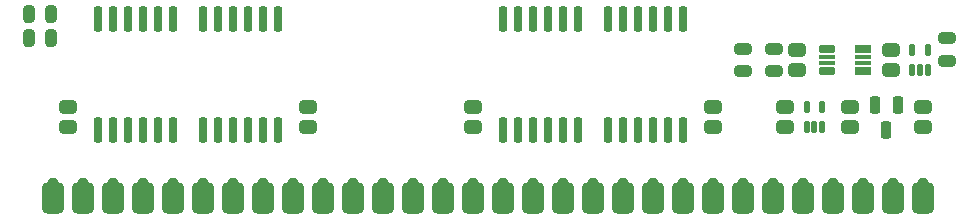
<source format=gts>
G04 #@! TF.GenerationSoftware,KiCad,Pcbnew,7.0.1-0*
G04 #@! TF.CreationDate,2023-11-01T19:37:56-04:00*
G04 #@! TF.ProjectId,GW4194,47573431-3934-42e6-9b69-6361645f7063,1.1-SOJ-DC*
G04 #@! TF.SameCoordinates,Original*
G04 #@! TF.FileFunction,Soldermask,Top*
G04 #@! TF.FilePolarity,Negative*
%FSLAX46Y46*%
G04 Gerber Fmt 4.6, Leading zero omitted, Abs format (unit mm)*
G04 Created by KiCad (PCBNEW 7.0.1-0) date 2023-11-01 19:37:56*
%MOMM*%
%LPD*%
G01*
G04 APERTURE LIST*
G04 Aperture macros list*
%AMRoundRect*
0 Rectangle with rounded corners*
0 $1 Rounding radius*
0 $2 $3 $4 $5 $6 $7 $8 $9 X,Y pos of 4 corners*
0 Add a 4 corners polygon primitive as box body*
4,1,4,$2,$3,$4,$5,$6,$7,$8,$9,$2,$3,0*
0 Add four circle primitives for the rounded corners*
1,1,$1+$1,$2,$3*
1,1,$1+$1,$4,$5*
1,1,$1+$1,$6,$7*
1,1,$1+$1,$8,$9*
0 Add four rect primitives between the rounded corners*
20,1,$1+$1,$2,$3,$4,$5,0*
20,1,$1+$1,$4,$5,$6,$7,0*
20,1,$1+$1,$6,$7,$8,$9,0*
20,1,$1+$1,$8,$9,$2,$3,0*%
G04 Aperture macros list end*
%ADD10RoundRect,0.312500X0.437500X-0.262500X0.437500X0.262500X-0.437500X0.262500X-0.437500X-0.262500X0*%
%ADD11C,0.952400*%
%ADD12RoundRect,0.520700X-0.444500X-0.825500X0.444500X-0.825500X0.444500X0.825500X-0.444500X0.825500X0*%
%ADD13RoundRect,0.262500X0.212500X0.487500X-0.212500X0.487500X-0.212500X-0.487500X0.212500X-0.487500X0*%
%ADD14RoundRect,0.262500X-0.212500X-0.487500X0.212500X-0.487500X0.212500X0.487500X-0.212500X0.487500X0*%
%ADD15RoundRect,0.312500X-0.437500X0.262500X-0.437500X-0.262500X0.437500X-0.262500X0.437500X0.262500X0*%
%ADD16RoundRect,0.262500X-0.487500X0.212500X-0.487500X-0.212500X0.487500X-0.212500X0.487500X0.212500X0*%
%ADD17RoundRect,0.140000X0.100000X-0.400000X0.100000X0.400000X-0.100000X0.400000X-0.100000X-0.400000X0*%
%ADD18RoundRect,0.250000X-0.200000X0.475000X-0.200000X-0.475000X0.200000X-0.475000X0.200000X0.475000X0*%
%ADD19RoundRect,0.262500X0.487500X-0.212500X0.487500X0.212500X-0.487500X0.212500X-0.487500X-0.212500X0*%
%ADD20RoundRect,0.200000X0.150000X-0.866000X0.150000X0.866000X-0.150000X0.866000X-0.150000X-0.866000X0*%
%ADD21RoundRect,0.200000X-0.475000X-0.175000X0.475000X-0.175000X0.475000X0.175000X-0.475000X0.175000X0*%
%ADD22RoundRect,0.100000X-0.600000X-0.075000X0.600000X-0.075000X0.600000X0.075000X-0.600000X0.075000X0*%
%ADD23RoundRect,0.200000X-0.500000X0.175000X-0.500000X-0.175000X0.500000X-0.175000X0.500000X0.175000X0*%
%ADD24RoundRect,0.200000X-0.500000X-0.175000X0.500000X-0.175000X0.500000X0.175000X-0.500000X0.175000X0*%
G04 APERTURE END LIST*
D10*
X85090000Y-94107000D03*
X85090000Y-92407000D03*
X105410000Y-94107000D03*
X105410000Y-92407000D03*
X119380000Y-94107000D03*
X119380000Y-92407000D03*
X157480000Y-94107000D03*
X157480000Y-92407000D03*
D11*
X83820000Y-98806000D03*
D12*
X83820000Y-100076000D03*
D11*
X86360000Y-98806000D03*
D12*
X86360000Y-100076000D03*
D11*
X88900000Y-98806000D03*
D12*
X88900000Y-100076000D03*
D11*
X91440000Y-98806000D03*
D12*
X91440000Y-100076000D03*
D11*
X93980000Y-98806000D03*
D12*
X93980000Y-100076000D03*
D11*
X96520000Y-98806000D03*
D12*
X96520000Y-100076000D03*
D11*
X99060000Y-98806000D03*
D12*
X99060000Y-100076000D03*
D11*
X101600000Y-98806000D03*
D12*
X101600000Y-100076000D03*
D11*
X104140000Y-98806000D03*
D12*
X104140000Y-100076000D03*
D11*
X106680000Y-98806000D03*
D12*
X106680000Y-100076000D03*
D11*
X109220000Y-98806000D03*
D12*
X109220000Y-100076000D03*
D11*
X111760000Y-98806000D03*
D12*
X111760000Y-100076000D03*
D11*
X114300000Y-98806000D03*
D12*
X114300000Y-100076000D03*
D11*
X116840000Y-98806000D03*
D12*
X116840000Y-100076000D03*
D11*
X119380000Y-98806000D03*
D12*
X119380000Y-100076000D03*
D11*
X121920000Y-98806000D03*
D12*
X121920000Y-100076000D03*
D11*
X124460000Y-98806000D03*
D12*
X124460000Y-100076000D03*
D11*
X127000000Y-98806000D03*
D12*
X127000000Y-100076000D03*
D11*
X129540000Y-98806000D03*
D12*
X129540000Y-100076000D03*
D11*
X132080000Y-98806000D03*
D12*
X132080000Y-100076000D03*
D11*
X134620000Y-98806000D03*
D12*
X134620000Y-100076000D03*
D11*
X137160000Y-98806000D03*
D12*
X137160000Y-100076000D03*
D11*
X139700000Y-98806000D03*
D12*
X139700000Y-100076000D03*
D11*
X142240000Y-98806000D03*
D12*
X142240000Y-100076000D03*
D11*
X144780000Y-98806000D03*
D12*
X144780000Y-100076000D03*
D11*
X147320000Y-98806000D03*
D12*
X147320000Y-100076000D03*
D11*
X149860000Y-98806000D03*
D12*
X149860000Y-100076000D03*
D11*
X152400000Y-98806000D03*
D12*
X152400000Y-100076000D03*
D11*
X154940000Y-98806000D03*
D12*
X154940000Y-100076000D03*
D11*
X157480000Y-98806000D03*
D12*
X157480000Y-100076000D03*
D13*
X83650000Y-86500000D03*
X81750000Y-86500000D03*
D14*
X81750000Y-84500000D03*
X83650000Y-84500000D03*
D15*
X146800000Y-87550000D03*
X146800000Y-89250000D03*
D16*
X144800000Y-87450000D03*
X144800000Y-89350000D03*
D17*
X147600000Y-94100000D03*
X148250000Y-94100000D03*
X148900000Y-94100000D03*
X148900000Y-92400000D03*
X147600000Y-92400000D03*
X156550000Y-89250000D03*
X157200000Y-89250000D03*
X157850000Y-89250000D03*
X157850000Y-87550000D03*
X156550000Y-87550000D03*
D15*
X154700000Y-87550000D03*
X154700000Y-89250000D03*
D18*
X155300000Y-92200000D03*
X153400000Y-92200000D03*
X154350000Y-94300000D03*
D15*
X151250000Y-92400000D03*
X151250000Y-94100000D03*
D19*
X142200000Y-89350000D03*
X142200000Y-87450000D03*
D15*
X145800000Y-92400000D03*
X145800000Y-94100000D03*
D20*
X121920000Y-94361000D03*
X123190000Y-94361000D03*
X124460000Y-94361000D03*
X125730000Y-94361000D03*
X127000000Y-94361000D03*
X128270000Y-94361000D03*
X130810000Y-94361000D03*
X132080000Y-94361000D03*
X133350000Y-94361000D03*
X134620000Y-94361000D03*
X135890000Y-94361000D03*
X137160000Y-94361000D03*
X137160000Y-84963000D03*
X135890000Y-84963000D03*
X134620000Y-84963000D03*
X133350000Y-84963000D03*
X132080000Y-84963000D03*
X130810000Y-84963000D03*
X128270000Y-84963000D03*
X127000000Y-84963000D03*
X125730000Y-84963000D03*
X124460000Y-84963000D03*
X123190000Y-84963000D03*
X121920000Y-84963000D03*
X87630000Y-94361000D03*
X88900000Y-94361000D03*
X90170000Y-94361000D03*
X91440000Y-94361000D03*
X92710000Y-94361000D03*
X93980000Y-94361000D03*
X96520000Y-94361000D03*
X97790000Y-94361000D03*
X99060000Y-94361000D03*
X100330000Y-94361000D03*
X101600000Y-94361000D03*
X102870000Y-94361000D03*
X102870000Y-84963000D03*
X101600000Y-84963000D03*
X100330000Y-84963000D03*
X99060000Y-84963000D03*
X97790000Y-84963000D03*
X96520000Y-84963000D03*
X93980000Y-84963000D03*
X92710000Y-84963000D03*
X91440000Y-84963000D03*
X90170000Y-84963000D03*
X88900000Y-84963000D03*
X87630000Y-84963000D03*
D10*
X139700000Y-94107000D03*
X139700000Y-92407000D03*
D21*
X149350000Y-87450000D03*
D22*
X149325000Y-88150000D03*
X149325000Y-88650000D03*
D21*
X149350000Y-89350000D03*
D23*
X152375000Y-89350000D03*
D22*
X152375000Y-88650000D03*
X152375000Y-88150000D03*
D24*
X152375000Y-87450000D03*
D16*
X159500000Y-86550000D03*
X159500000Y-88450000D03*
M02*

</source>
